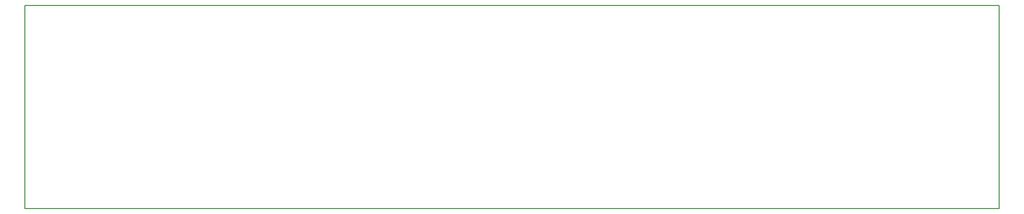
<source format=gm1>
%FSLAX24Y24*%
%MOIN*%
G70*
G01*
G75*
G04 Layer_Color=16711935*
%ADD10O,0.0940X0.0250*%
%ADD11R,0.0940X0.0250*%
%ADD12R,0.0385X0.0520*%
%ADD13R,0.0520X0.0385*%
%ADD14R,0.0787X0.0315*%
%ADD15R,0.1102X0.0315*%
%ADD16R,0.0315X0.0787*%
%ADD17R,0.0748X0.1339*%
%ADD18O,0.0138X0.0512*%
%ADD19O,0.0512X0.0138*%
%ADD20R,0.0906X0.0906*%
%ADD21R,0.0270X0.0270*%
%ADD22R,0.0320X0.0360*%
%ADD23R,0.0400X0.0140*%
%ADD24R,0.0600X0.0600*%
%ADD25C,0.0250*%
%ADD26C,0.0120*%
%ADD27R,0.0591X0.0591*%
%ADD28C,0.0591*%
%ADD29C,0.2000*%
%ADD30C,0.0551*%
%ADD31C,0.0394*%
%ADD32R,0.0591X0.0591*%
%ADD33C,0.0665*%
%ADD34R,0.0665X0.0665*%
%ADD35C,0.1874*%
%ADD36C,0.0500*%
%ADD37R,0.0480X0.0787*%
%ADD38C,0.0030*%
%ADD39C,0.0098*%
%ADD40C,0.0080*%
%ADD41C,0.0079*%
%ADD42C,0.0197*%
%ADD43C,0.0100*%
%ADD44C,0.0050*%
%ADD45C,0.0059*%
%ADD46O,0.1020X0.0330*%
%ADD47R,0.1020X0.0330*%
%ADD48R,0.0465X0.0600*%
%ADD49R,0.0600X0.0465*%
%ADD50R,0.0867X0.0395*%
%ADD51R,0.1182X0.0395*%
%ADD52R,0.0395X0.0867*%
%ADD53R,0.0828X0.1419*%
%ADD54O,0.0218X0.0592*%
%ADD55O,0.0592X0.0218*%
%ADD56R,0.0986X0.0986*%
%ADD57R,0.0350X0.0350*%
%ADD58R,0.0400X0.0440*%
%ADD59R,0.0480X0.0220*%
%ADD60R,0.0680X0.0680*%
%ADD61R,0.0671X0.0671*%
%ADD62C,0.0671*%
%ADD63C,0.2080*%
%ADD64C,0.0631*%
%ADD65C,0.0474*%
%ADD66R,0.0671X0.0671*%
%ADD67C,0.0745*%
%ADD68R,0.0745X0.0745*%
%ADD69C,0.1954*%
%ADD70C,0.0580*%
%ADD71R,0.0560X0.0867*%
%ADD72C,0.4500*%
D40*
X10750Y10750D02*
Y24360D01*
X76050Y10750D02*
Y24360D01*
X10750D02*
X76050D01*
X10750Y10750D02*
X76050D01*
M02*

</source>
